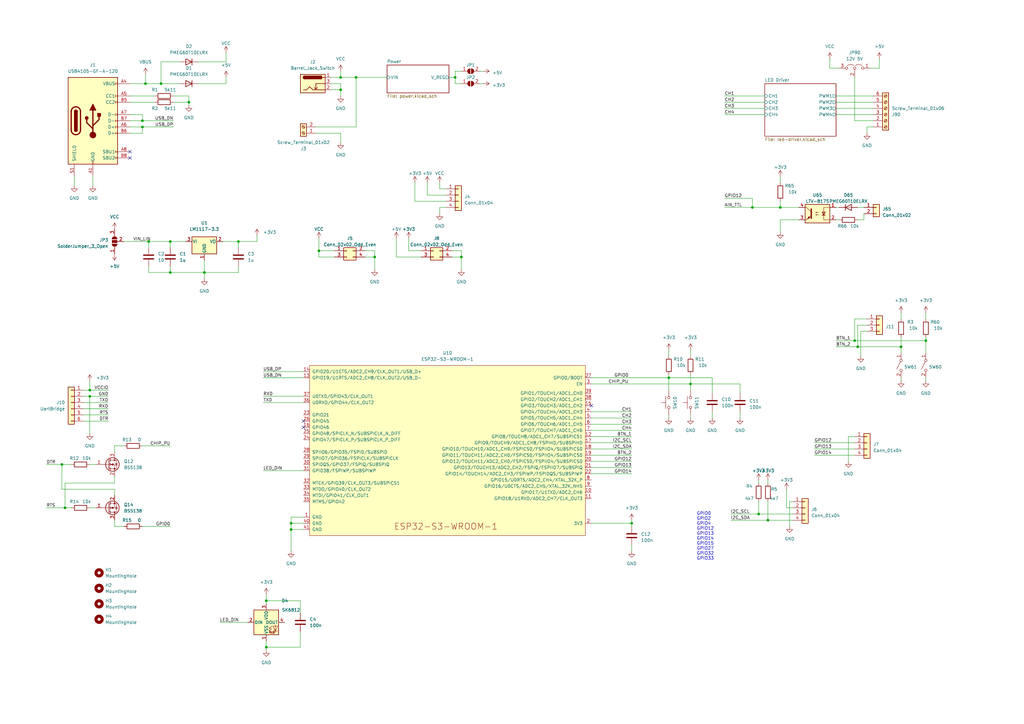
<source format=kicad_sch>
(kicad_sch (version 20230121) (generator eeschema)
  (paper "A3")
  (title_block (title "Starfish") (date "2023-01-30") (rev "A") (company "PaEber Electronics") (comment 1 "ESP based LED driver for ESPHome"))
  (junction (at 186.69 31.75))
  (junction (at 36.83 160.02))
  (junction (at 259.08 214.63))
  (junction (at 139.7 36.83))
  (junction (at 69.85 111.76))
  (junction (at 308.61 85.09))
  (junction (at 119.38 214.63))
  (junction (at 58.42 52.07))
  (junction (at 83.82 111.76))
  (junction (at 25.4 190.5))
  (junction (at 119.38 217.17))
  (junction (at 59.69 34.29))
  (junction (at 274.32 154.94))
  (junction (at 77.47 41.91))
  (junction (at 350.52 139.7))
  (junction (at 66.04 34.29))
  (junction (at 26.67 208.28))
  (junction (at 97.79 99.06))
  (junction (at 146.05 31.75))
  (junction (at 379.73 139.7))
  (junction (at 314.96 213.36))
  (junction (at 109.22 246.38))
  (junction (at 60.96 99.06))
  (junction (at 36.83 162.56))
  (junction (at 58.42 49.53))
  (junction (at 69.85 99.06))
  (junction (at 369.57 142.24))
  (junction (at 153.67 105.41))
  (junction (at 320.04 85.09))
  (junction (at 189.23 105.41))
  (junction (at 130.81 102.87))
  (junction (at 351.79 142.24))
  (junction (at 139.7 31.75))
  (junction (at 283.21 157.48))
  (junction (at 109.22 265.43))
  (junction (at 311.15 210.82))
  (no_connect (at 124.46 172.72))
  (no_connect (at 242.57 166.37))
  (no_connect (at 124.46 175.26))
  (no_connect (at 53.34 62.23))
  (no_connect (at 53.34 64.77))
  (wire (pts (xy 314.96 196.85) (xy 314.96 198.12)))
  (wire (pts (xy 350.52 130.81) (xy 350.52 139.7)))
  (wire (pts (xy 77.47 41.91) (xy 77.47 39.37)))
  (wire (pts (xy 119.38 212.09) (xy 119.38 214.63)))
  (wire (pts (xy 69.85 99.06) (xy 76.2 99.06)))
  (wire (pts (xy 25.4 190.5) (xy 29.21 190.5)))
  (wire (pts (xy 153.67 102.87) (xy 149.86 102.87)))
  (wire (pts (xy 342.9 44.45) (xy 358.14 44.45)))
  (wire (pts (xy 59.69 34.29) (xy 53.34 34.29)))
  (wire (pts (xy 130.81 102.87) (xy 130.81 105.41)))
  (wire (pts (xy 342.9 142.24) (xy 351.79 142.24)))
  (wire (pts (xy 146.05 52.07) (xy 146.05 31.75)))
  (wire (pts (xy 299.72 213.36) (xy 314.96 213.36)))
  (wire (pts (xy 180.34 85.09) (xy 182.88 85.09)))
  (wire (pts (xy 283.21 170.18) (xy 283.21 171.45)))
  (wire (pts (xy 242.57 189.23) (xy 259.08 189.23)))
  (wire (pts (xy 130.81 97.79) (xy 130.81 102.87)))
  (wire (pts (xy 342.9 46.99) (xy 358.14 46.99)))
  (wire (pts (xy 26.67 198.12) (xy 26.67 208.28)))
  (wire (pts (xy 44.45 162.56) (xy 36.83 162.56)))
  (wire (pts (xy 350.52 181.61) (xy 334.01 181.61)))
  (wire (pts (xy 19.05 190.5) (xy 25.4 190.5)))
  (wire (pts (xy 139.7 31.75) (xy 146.05 31.75)))
  (wire (pts (xy 38.1 72.39) (xy 38.1 76.2)))
  (wire (pts (xy 46.99 203.2) (xy 46.99 200.66)))
  (wire (pts (xy 124.46 212.09) (xy 119.38 212.09)))
  (wire (pts (xy 355.6 130.81) (xy 350.52 130.81)))
  (wire (pts (xy 342.9 139.7) (xy 350.52 139.7)))
  (wire (pts (xy 283.21 143.51) (xy 283.21 146.05)))
  (wire (pts (xy 50.8 99.06) (xy 60.96 99.06)))
  (wire (pts (xy 292.1 154.94) (xy 292.1 161.29)))
  (wire (pts (xy 66.04 34.29) (xy 73.66 34.29)))
  (wire (pts (xy 297.18 81.28) (xy 308.61 81.28)))
  (wire (pts (xy 109.22 262.89) (xy 109.22 265.43)))
  (wire (pts (xy 182.88 80.01) (xy 175.26 80.01)))
  (wire (pts (xy 313.69 41.91) (xy 297.18 41.91)))
  (wire (pts (xy 97.79 99.06) (xy 97.79 101.6)))
  (wire (pts (xy 347.98 179.07) (xy 347.98 189.23)))
  (wire (pts (xy 30.48 72.39) (xy 30.48 76.2)))
  (wire (pts (xy 320.04 90.17) (xy 320.04 95.25)))
  (wire (pts (xy 60.96 111.76) (xy 69.85 111.76)))
  (wire (pts (xy 50.8 215.9) (xy 46.99 215.9)))
  (wire (pts (xy 69.85 101.6) (xy 69.85 99.06)))
  (wire (pts (xy 44.45 160.02) (xy 36.83 160.02)))
  (wire (pts (xy 162.56 97.79) (xy 162.56 105.41)))
  (wire (pts (xy 124.46 152.4) (xy 107.95 152.4)))
  (wire (pts (xy 58.42 52.07) (xy 71.12 52.07)))
  (wire (pts (xy 320.04 85.09) (xy 320.04 82.55)))
  (wire (pts (xy 58.42 215.9) (xy 69.85 215.9)))
  (wire (pts (xy 44.45 165.1) (xy 34.29 165.1)))
  (wire (pts (xy 19.05 208.28) (xy 26.67 208.28)))
  (wire (pts (xy 124.46 217.17) (xy 119.38 217.17)))
  (wire (pts (xy 36.83 160.02) (xy 34.29 160.02)))
  (wire (pts (xy 107.95 165.1) (xy 124.46 165.1)))
  (wire (pts (xy 360.68 24.13) (xy 360.68 27.94)))
  (wire (pts (xy 123.19 265.43) (xy 109.22 265.43)))
  (wire (pts (xy 344.17 27.94) (xy 340.36 27.94)))
  (wire (pts (xy 58.42 49.53) (xy 53.34 49.53)))
  (wire (pts (xy 292.1 168.91) (xy 292.1 171.45)))
  (wire (pts (xy 69.85 111.76) (xy 83.82 111.76)))
  (wire (pts (xy 153.67 110.49) (xy 153.67 105.41)))
  (wire (pts (xy 350.52 31.75) (xy 350.52 49.53)))
  (wire (pts (xy 323.85 215.9) (xy 323.85 205.74)))
  (wire (pts (xy 119.38 217.17) (xy 119.38 226.06)))
  (wire (pts (xy 354.33 90.17) (xy 354.33 87.63)))
  (wire (pts (xy 353.06 135.89) (xy 355.6 135.89)))
  (wire (pts (xy 242.57 154.94) (xy 274.32 154.94)))
  (wire (pts (xy 303.53 168.91) (xy 303.53 171.45)))
  (wire (pts (xy 77.47 39.37) (xy 71.12 39.37)))
  (wire (pts (xy 170.18 74.93) (xy 170.18 82.55)))
  (wire (pts (xy 58.42 52.07) (xy 53.34 52.07)))
  (wire (pts (xy 327.66 90.17) (xy 320.04 90.17)))
  (wire (pts (xy 355.6 54.61) (xy 355.6 52.07)))
  (wire (pts (xy 46.99 182.88) (xy 46.99 185.42)))
  (wire (pts (xy 259.08 215.9) (xy 259.08 214.63)))
  (wire (pts (xy 129.54 52.07) (xy 146.05 52.07)))
  (wire (pts (xy 119.38 214.63) (xy 119.38 217.17)))
  (wire (pts (xy 53.34 46.99) (xy 58.42 46.99)))
  (wire (pts (xy 308.61 81.28) (xy 308.61 85.09)))
  (wire (pts (xy 58.42 46.99) (xy 58.42 49.53)))
  (wire (pts (xy 356.87 27.94) (xy 360.68 27.94)))
  (wire (pts (xy 314.96 213.36) (xy 325.12 213.36)))
  (wire (pts (xy 167.64 102.87) (xy 167.64 97.79)))
  (wire (pts (xy 350.52 186.69) (xy 334.01 186.69)))
  (wire (pts (xy 311.15 210.82) (xy 299.72 210.82)))
  (wire (pts (xy 342.9 90.17) (xy 344.17 90.17)))
  (wire (pts (xy 44.45 172.72) (xy 34.29 172.72)))
  (wire (pts (xy 351.79 85.09) (xy 354.33 85.09)))
  (wire (pts (xy 146.05 31.75) (xy 158.75 31.75)))
  (wire (pts (xy 379.73 154.94) (xy 379.73 156.21)))
  (wire (pts (xy 83.82 111.76) (xy 97.79 111.76)))
  (wire (pts (xy 323.85 205.74) (xy 325.12 205.74)))
  (wire (pts (xy 259.08 223.52) (xy 259.08 226.06)))
  (wire (pts (xy 242.57 214.63) (xy 259.08 214.63)))
  (wire (pts (xy 342.9 39.37) (xy 358.14 39.37)))
  (wire (pts (xy 36.83 162.56) (xy 36.83 177.8)))
  (wire (pts (xy 60.96 99.06) (xy 69.85 99.06)))
  (wire (pts (xy 170.18 82.55) (xy 182.88 82.55)))
  (wire (pts (xy 66.04 25.4) (xy 66.04 34.29)))
  (wire (pts (xy 180.34 74.93) (xy 180.34 77.47)))
  (wire (pts (xy 53.34 54.61) (xy 58.42 54.61)))
  (wire (pts (xy 297.18 85.09) (xy 308.61 85.09)))
  (wire (pts (xy 274.32 153.67) (xy 274.32 154.94)))
  (wire (pts (xy 350.52 184.15) (xy 334.01 184.15)))
  (wire (pts (xy 347.98 179.07) (xy 350.52 179.07)))
  (wire (pts (xy 107.95 193.04) (xy 124.46 193.04)))
  (wire (pts (xy 26.67 208.28) (xy 29.21 208.28)))
  (wire (pts (xy 369.57 154.94) (xy 369.57 156.21)))
  (wire (pts (xy 130.81 102.87) (xy 137.16 102.87)))
  (wire (pts (xy 44.45 167.64) (xy 34.29 167.64)))
  (wire (pts (xy 149.86 105.41) (xy 153.67 105.41)))
  (wire (pts (xy 185.42 105.41) (xy 189.23 105.41)))
  (wire (pts (xy 313.69 46.99) (xy 297.18 46.99)))
  (wire (pts (xy 242.57 194.31) (xy 259.08 194.31)))
  (wire (pts (xy 311.15 196.85) (xy 311.15 198.12)))
  (wire (pts (xy 189.23 110.49) (xy 189.23 105.41)))
  (wire (pts (xy 369.57 142.24) (xy 369.57 144.78)))
  (wire (pts (xy 242.57 157.48) (xy 283.21 157.48)))
  (wire (pts (xy 242.57 191.77) (xy 259.08 191.77)))
  (wire (pts (xy 139.7 36.83) (xy 139.7 34.29)))
  (wire (pts (xy 130.81 105.41) (xy 137.16 105.41)))
  (wire (pts (xy 162.56 105.41) (xy 172.72 105.41)))
  (wire (pts (xy 36.83 190.5) (xy 39.37 190.5)))
  (wire (pts (xy 153.67 105.41) (xy 153.67 102.87)))
  (wire (pts (xy 259.08 214.63) (xy 259.08 213.36)))
  (wire (pts (xy 81.28 34.29) (xy 92.71 34.29)))
  (wire (pts (xy 83.82 106.68) (xy 83.82 111.76)))
  (wire (pts (xy 242.57 171.45) (xy 259.08 171.45)))
  (wire (pts (xy 180.34 87.63) (xy 180.34 85.09)))
  (wire (pts (xy 186.69 29.21) (xy 186.69 31.75)))
  (wire (pts (xy 50.8 182.88) (xy 46.99 182.88)))
  (wire (pts (xy 59.69 30.48) (xy 59.69 34.29)))
  (wire (pts (xy 351.79 90.17) (xy 354.33 90.17)))
  (wire (pts (xy 92.71 31.75) (xy 92.71 34.29)))
  (wire (pts (xy 242.57 176.53) (xy 259.08 176.53)))
  (wire (pts (xy 189.23 105.41) (xy 189.23 102.87)))
  (wire (pts (xy 81.28 25.4) (xy 92.71 25.4)))
  (wire (pts (xy 186.69 34.29) (xy 186.69 31.75)))
  (wire (pts (xy 283.21 153.67) (xy 283.21 157.48)))
  (wire (pts (xy 124.46 214.63) (xy 119.38 214.63)))
  (wire (pts (xy 350.52 139.7) (xy 379.73 139.7)))
  (wire (pts (xy 123.19 251.46) (xy 123.19 246.38)))
  (wire (pts (xy 313.69 39.37) (xy 297.18 39.37)))
  (wire (pts (xy 73.66 25.4) (xy 66.04 25.4)))
  (wire (pts (xy 139.7 54.61) (xy 139.7 58.42)))
  (wire (pts (xy 123.19 259.08) (xy 123.19 265.43)))
  (wire (pts (xy 46.99 200.66) (xy 25.4 200.66)))
  (wire (pts (xy 186.69 31.75) (xy 184.15 31.75)))
  (wire (pts (xy 325.12 210.82) (xy 311.15 210.82)))
  (wire (pts (xy 91.44 99.06) (xy 97.79 99.06)))
  (wire (pts (xy 311.15 205.74) (xy 311.15 210.82)))
  (wire (pts (xy 355.6 52.07) (xy 358.14 52.07)))
  (wire (pts (xy 129.54 54.61) (xy 139.7 54.61)))
  (wire (pts (xy 283.21 160.02) (xy 283.21 157.48)))
  (wire (pts (xy 105.41 96.52) (xy 105.41 99.06)))
  (wire (pts (xy 123.19 246.38) (xy 109.22 246.38)))
  (wire (pts (xy 107.95 162.56) (xy 124.46 162.56)))
  (wire (pts (xy 139.7 31.75) (xy 139.7 29.21)))
  (wire (pts (xy 92.71 25.4) (xy 92.71 21.59)))
  (wire (pts (xy 342.9 85.09) (xy 344.17 85.09)))
  (wire (pts (xy 53.34 39.37) (xy 63.5 39.37)))
  (wire (pts (xy 60.96 109.22) (xy 60.96 111.76)))
  (wire (pts (xy 46.99 215.9) (xy 46.99 213.36)))
  (wire (pts (xy 135.89 36.83) (xy 139.7 36.83)))
  (wire (pts (xy 44.45 170.18) (xy 34.29 170.18)))
  (wire (pts (xy 58.42 54.61) (xy 58.42 52.07)))
  (wire (pts (xy 25.4 200.66) (xy 25.4 190.5)))
  (wire (pts (xy 53.34 41.91) (xy 63.5 41.91)))
  (wire (pts (xy 325.12 208.28) (xy 322.58 208.28)))
  (wire (pts (xy 369.57 128.27) (xy 369.57 130.81)))
  (wire (pts (xy 189.23 102.87) (xy 185.42 102.87)))
  (wire (pts (xy 274.32 170.18) (xy 274.32 171.45)))
  (wire (pts (xy 46.99 195.58) (xy 46.99 198.12)))
  (wire (pts (xy 124.46 154.94) (xy 107.95 154.94)))
  (wire (pts (xy 77.47 43.18) (xy 77.47 41.91)))
  (wire (pts (xy 242.57 181.61) (xy 259.08 181.61)))
  (wire (pts (xy 109.22 243.84) (xy 109.22 246.38)))
  (wire (pts (xy 303.53 157.48) (xy 303.53 161.29)))
  (wire (pts (xy 308.61 85.09) (xy 320.04 85.09)))
  (wire (pts (xy 182.88 77.47) (xy 180.34 77.47)))
  (wire (pts (xy 97.79 109.22) (xy 97.79 111.76)))
  (wire (pts (xy 83.82 111.76) (xy 83.82 114.3)))
  (wire (pts (xy 139.7 39.37) (xy 139.7 36.83)))
  (wire (pts (xy 274.32 143.51) (xy 274.32 146.05)))
  (wire (pts (xy 353.06 146.05) (xy 353.06 135.89)))
  (wire (pts (xy 350.52 49.53) (xy 358.14 49.53)))
  (wire (pts (xy 242.57 179.07) (xy 259.08 179.07)))
  (wire (pts (xy 109.22 246.38) (xy 109.22 247.65)))
  (wire (pts (xy 36.83 156.21) (xy 36.83 160.02)))
  (wire (pts (xy 36.83 162.56) (xy 34.29 162.56)))
  (wire (pts (xy 172.72 102.87) (xy 167.64 102.87)))
  (wire (pts (xy 322.58 208.28) (xy 322.58 200.66)))
  (wire (pts (xy 196.85 29.21) (xy 198.12 29.21)))
  (wire (pts (xy 292.1 154.94) (xy 274.32 154.94)))
  (wire (pts (xy 340.36 24.13) (xy 340.36 27.94)))
  (wire (pts (xy 327.66 85.09) (xy 320.04 85.09)))
  (wire (pts (xy 320.04 72.39) (xy 320.04 74.93)))
  (wire (pts (xy 58.42 182.88) (xy 69.85 182.88)))
  (wire (pts (xy 46.99 198.12) (xy 26.67 198.12)))
  (wire (pts (xy 242.57 168.91) (xy 259.08 168.91)))
  (wire (pts (xy 242.57 184.15) (xy 259.08 184.15)))
  (wire (pts (xy 379.73 138.43) (xy 379.73 139.7)))
  (wire (pts (xy 351.79 133.35) (xy 351.79 142.24)))
  (wire (pts (xy 351.79 142.24) (xy 369.57 142.24)))
  (wire (pts (xy 109.22 265.43) (xy 109.22 266.7)))
  (wire (pts (xy 313.69 44.45) (xy 297.18 44.45)))
  (wire (pts (xy 90.17 255.27) (xy 101.6 255.27)))
  (wire (pts (xy 342.9 41.91) (xy 358.14 41.91)))
  (wire (pts (xy 135.89 31.75) (xy 139.7 31.75)))
  (wire (pts (xy 175.26 80.01) (xy 175.26 74.93)))
  (wire (pts (xy 189.23 34.29) (xy 186.69 34.29)))
  (wire (pts (xy 274.32 154.94) (xy 274.32 160.02)))
  (wire (pts (xy 369.57 138.43) (xy 369.57 142.24)))
  (wire (pts (xy 60.96 99.06) (xy 60.96 101.6)))
  (wire (pts (xy 379.73 139.7) (xy 379.73 144.78)))
  (wire (pts (xy 196.85 34.29) (xy 198.12 34.29)))
  (wire (pts (xy 242.57 186.69) (xy 259.08 186.69)))
  (wire (pts (xy 189.23 29.21) (xy 186.69 29.21)))
  (wire (pts (xy 242.57 173.99) (xy 259.08 173.99)))
  (wire (pts (xy 314.96 205.74) (xy 314.96 213.36)))
  (wire (pts (xy 71.12 41.91) (xy 77.47 41.91)))
  (wire (pts (xy 355.6 133.35) (xy 351.79 133.35)))
  (wire (pts (xy 379.73 128.27) (xy 379.73 130.81)))
  (wire (pts (xy 97.79 99.06) (xy 105.41 99.06)))
  (wire (pts (xy 58.42 49.53) (xy 71.12 49.53)))
  (wire (pts (xy 69.85 109.22) (xy 69.85 111.76)))
  (wire (pts (xy 139.7 34.29) (xy 135.89 34.29)))
  (wire (pts (xy 283.21 157.48) (xy 303.53 157.48)))
  (wire (pts (xy 59.69 34.29) (xy 66.04 34.29)))
  (wire (pts (xy 36.83 208.28) (xy 39.37 208.28)))
  (text "GPIO0\nGPIO2\nGPIO4\nGPIO12\nGPIO13\nGPIO14\nGPIO15\nGPIO27\nGPIO32\nGPIO33" (at 285.75 229.87 0) (effects (font (size 1.27 1.27)) (justify left bottom)))
  (label "USB_DP" (at 71.12 52.07 180))
  (label "VCCIO" (at 44.45 160.02 180))
  (label "TXD" (at 107.95 165.1 0))
  (label "BTN_2" (at 259.08 186.69 180))
  (label "GPIO12" (at 334.01 181.61 0))
  (label "CH2" (at 259.08 171.45 180))
  (label "USB_DN" (at 71.12 49.53 180))
  (label "TXD" (at 44.45 165.1 180))
  (label "RTS" (at 44.45 170.18 180))
  (label "AIN_TTL" (at 297.18 85.09 0))
  (label "LED_DIN" (at 107.95 193.04 0))
  (label "GPIO14" (at 259.08 194.31 180))
  (label "USB_DN" (at 107.95 154.94 0))
  (label "RTS" (at 19.05 208.28 0))
  (label "I2C_SDA" (at 259.08 184.15 180))
  (label "VIN_LIN" (at 54.61 99.06 0))
  (label "RXD" (at 44.45 167.64 180))
  (label "BTN_1" (at 342.9 139.7 0))
  (label "I2C_SCL" (at 299.72 210.82 0))
  (label "GPIO13" (at 259.08 191.77 180))
  (label "CH2" (at 297.18 41.91 0))
  (label "I2C_SDA" (at 299.72 213.36 0))
  (label "GPIO12" (at 297.18 81.28 0))
  (label "CH1" (at 297.18 39.37 0))
  (label "CHIP_PU" (at 69.85 182.88 180))
  (label "CH4" (at 297.18 46.99 0))
  (label "BTN_1" (at 259.08 179.07 180))
  (label "I2C_SCL" (at 259.08 181.61 180))
  (label "USB_DP" (at 107.95 152.4 0))
  (label "CHIP_PU" (at 257.81 157.48 180))
  (label "GPIO13" (at 334.01 184.15 0))
  (label "GPIO14" (at 334.01 186.69 0))
  (label "CH4" (at 259.08 176.53 180))
  (label "BTN_2" (at 342.9 142.24 0))
  (label "GND" (at 44.45 162.56 180))
  (label "DTR" (at 44.45 172.72 180))
  (label "DTR" (at 19.05 190.5 0))
  (label "RXD" (at 107.95 162.56 0))
  (label "CH3" (at 259.08 173.99 180))
  (label "CH1" (at 259.08 168.91 180))
  (label "GPIO0" (at 69.85 215.9 180))
  (label "CH3" (at 297.18 44.45 0))
  (label "GPIO0" (at 257.81 154.94 180))
  (label "GPIO12" (at 259.08 189.23 180))
  (label "LED_DIN" (at 90.17 255.27 0))
  (symbol (lib_id "power:VCC") (at 340.36 24.13 0) (mirror y) (unit 1)
    (property "Reference" "#PWR0124" (effects hide))
    (property "Value" "VCC" (at 340.36 19.05 0))
  )
  (symbol (lib_id "power:VBUS") (at 59.69 30.48 0) (unit 1)
    (property "Reference" "#PWR0107" (effects hide))
    (property "Value" "VBUS" (at 59.69 25.4 0))
  )
  (symbol (lib_id "power:+3V3") (at 379.73 128.27 0) (unit 1)
    (property "Reference" "#PWR0137" (effects hide))
    (property "Value" "+3V3" (at 379.73 123.19 0))
  )
  (symbol (lib_id "power:+3V3") (at 369.57 128.27 0) (unit 1)
    (property "Reference" "#PWR011" (effects hide))
    (property "Value" "+3V3" (at 369.57 123.19 0))
  )
  (symbol (lib_id "Mechanical:MountingHole") (at 40.64 254 0) (unit 1)
    (property "Reference" "H4" (at 43.18 252.7299 0) (effects (justify left)))
    (property "Value" "MountingHole" (at 43.18 255.2699 0) (effects (justify left)))
    (property "Footprint" "MountingHole:MountingHole_3.2mm_M3_DIN965_Pad_TopBottom" (effects hide))
  )
  (symbol (lib_id "Connector_Generic:Conn_01x04") (at 355.6 181.61 0) (unit 1)
    (property "Reference" "J7" (at 358.14 182.245 0) (effects (justify left)))
    (property "Value" "Conn_01x04" (at 358.14 184.785 0) (effects (justify left)))
    (property "Footprint" "Connector_PinSocket_2.54mm:PinSocket_1x04_P2.54mm_Vertical" (effects hide))
  )
  (symbol (lib_id "Transistor_FET:BSS138") (at 44.45 190.5 0) (unit 1)
    (property "Reference" "Q12" (at 50.8 189.2299 0) (effects (justify left)))
    (property "Value" "BSS138" (at 50.8 191.7699 0) (effects (justify left)))
    (property "Footprint" "Package_TO_SOT_SMD:SOT-23" (effects hide))
    (property "Datasheet" "https://www.onsemi.com/pub/Collateral/BSS138-D.PDF" (effects hide))
  )
  (symbol (lib_id "Device:R") (at 33.02 190.5 270) (mirror x) (unit 1)
    (property "Reference" "R12" (at 30.48 187.96 90))
    (property "Value" "10k" (at 35.56 187.96 90))
    (property "Footprint" "Resistor_SMD:R_0603_1608Metric_Pad0.98x0.95mm_HandSolder" (effects hide))
  )
  (symbol (lib_name "+3V3_2") (lib_id "power:+3V3") (at 167.64 97.79 0) (unit 1)
    (property "Reference" "#PWR010" (effects hide))
    (property "Value" "+3V3" (at 167.64 93.98 0))
  )
  (symbol (lib_id "power:GND") (at 36.83 177.8 0) (mirror y) (unit 1)
    (property "Reference" "#PWR0135" (effects hide))
    (property "Value" "GND" (at 36.83 182.88 0))
  )
  (symbol (lib_name "VCC_1") (lib_id "power:VCC") (at 180.34 74.93 0) (unit 1)
    (property "Reference" "#PWR07" (effects hide))
    (property "Value" "VCC" (at 180.34 71.12 0))
  )
  (symbol (lib_id "Device:C") (at 259.08 219.71 0) (mirror y) (unit 1)
    (property "Reference" "C12" (at 262.89 219.075 0) (effects (justify right)))
    (property "Value" "100n" (at 262.89 221.615 0) (effects (justify right)))
    (property "Footprint" "Capacitor_SMD:C_0603_1608Metric_Pad1.08x0.95mm_HandSolder" (effects hide))
    (property "Mouser" "581-06035C104KAT2A" (effects hide))
  )
  (symbol (lib_name "GND_3") (lib_id "power:GND") (at 323.85 215.9 0) (unit 1)
    (property "Reference" "#PWR013" (effects hide))
    (property "Value" "GND" (at 323.85 220.98 0))
  )
  (symbol (lib_id "power:GND") (at 292.1 171.45 0) (unit 1)
    (property "Reference" "#PWR0130" (effects hide))
    (property "Value" "GND" (at 292.1 176.53 0))
  )
  (symbol (lib_id "paeber:USB4105-GF-A-120") (at 38.1 49.53 0) (unit 1)
    (property "Reference" "J1" (at 38.1 26.67 0))
    (property "Value" "USB4105-GF-A-120" (at 38.1 29.21 0))
    (property "Footprint" "Connector_USB:USB_C_Receptacle_HRO_TYPE-C-31-M-12" (effects hide))
    (property "Datasheet" "https://www.usb.org/sites/default/files/documents/usb_type-c.zip" (effects hide))
    (property "Mouser" "640-USB4105-GF-A-120" (effects hide))
  )
  (symbol (lib_id "power:+3V3") (at 109.22 243.84 0) (unit 1)
    (property "Reference" "#PWR016" (effects hide))
    (property "Value" "+3V3" (at 109.22 238.76 0))
  )
  (symbol (lib_id "Jumper:Jumper_3_Open") (at 350.52 27.94 0) (mirror y) (unit 1)
    (property "Reference" "JP90" (at 350.52 21.59 0))
    (property "Value" "12V 5V" (at 350.52 24.13 0))
    (property "Footprint" "Jumper:SolderJumper-3_P1.3mm_Open_RoundedPad1.0x1.5mm_NumberLabels" (effects hide))
  )
  (symbol (lib_id "Device:R") (at 274.32 149.86 0) (mirror x) (unit 1)
    (property "Reference" "R10" (at 278.13 147.32 0))
    (property "Value" "10k" (at 279.4 149.86 0))
    (property "Footprint" "Resistor_SMD:R_0603_1608Metric_Pad0.98x0.95mm_HandSolder" (effects hide))
  )
  (symbol (lib_id "power:+3V3") (at 274.32 143.51 0) (unit 1)
    (property "Reference" "#PWR0127" (effects hide))
    (property "Value" "+3V3" (at 274.32 138.43 0))
  )
  (symbol (lib_id "power:GND") (at 369.57 156.21 0) (unit 1)
    (property "Reference" "#PWR012" (effects hide))
    (property "Value" "GND" (at 369.57 161.29 0))
  )
  (symbol (lib_id "Connector_Generic:Conn_01x02") (at 359.41 85.09 0) (unit 1)
    (property "Reference" "J65" (at 361.95 85.725 0) (effects (justify left)))
    (property "Value" "Conn_01x02" (at 361.95 88.265 0) (effects (justify left)))
    (property "Footprint" "Connector_PinHeader_2.54mm:PinHeader_1x02_P2.54mm_Vertical" (effects hide))
  )
  (symbol (lib_id "power:+5V") (at 92.71 31.75 0) (unit 1)
    (property "Reference" "#PWR0108" (effects hide))
    (property "Value" "+5V" (at 92.71 26.67 0))
  )
  (symbol (lib_id "Connector_Generic:Conn_02x02_Odd_Even") (at 142.24 102.87 0) (unit 1)
    (property "Reference" "J5" (at 143.51 97.79 0))
    (property "Value" "Conn_02x02_Odd_Even" (at 143.51 100.33 0))
    (property "Footprint" "Connector_PinHeader_2.54mm:PinHeader_2x02_P2.54mm_Vertical" (effects hide))
  )
  (symbol (lib_id "power:VCC") (at 92.71 21.59 0) (unit 1)
    (property "Reference" "#PWR021" (effects hide))
    (property "Value" "VCC" (at 92.71 17.78 0))
  )
  (symbol (lib_id "Connector_Generic:Conn_01x04") (at 187.96 80.01 0) (unit 1)
    (property "Reference" "J4" (at 190.5 80.645 0) (effects (justify left)))
    (property "Value" "Conn_01x04" (at 190.5 83.185 0) (effects (justify left)))
    (property "Footprint" "Connector_PinSocket_2.54mm:PinSocket_1x04_P2.54mm_Vertical" (effects hide))
  )
  (symbol (lib_id "power:+3V3") (at 283.21 143.51 0) (unit 1)
    (property "Reference" "#PWR0128" (effects hide))
    (property "Value" "+3V3" (at 283.21 138.43 0))
  )
  (symbol (lib_id "power:+3V3") (at 259.08 213.36 0) (mirror y) (unit 1)
    (property "Reference" "#PWR0133" (effects hide))
    (property "Value" "+3V3" (at 259.08 208.28 0))
  )
  (symbol (lib_id "Regulator_Linear:LM1117-3.3") (at 83.82 99.06 0) (unit 1)
    (property "Reference" "U1" (at 83.82 91.44 0))
    (property "Value" "LM1117-3.3" (at 83.82 93.98 0))
    (property "Footprint" "Package_TO_SOT_SMD:SOT-223-3_TabPin2" (effects hide))
    (property "Datasheet" "http://www.ti.com/lit/ds/symlink/lm1117.pdf" (effects hide))
  )
  (symbol (lib_id "Device:R") (at 33.02 208.28 270) (mirror x) (unit 1)
    (property "Reference" "R14" (at 30.48 205.74 90))
    (property "Value" "10k" (at 35.56 205.74 90))
    (property "Footprint" "Resistor_SMD:R_0603_1608Metric_Pad0.98x0.95mm_HandSolder" (effects hide))
  )
  (symbol (lib_id "Mechanical:MountingHole") (at 40.64 247.65 0) (unit 1)
    (property "Reference" "H3" (at 43.18 246.3799 0) (effects (justify left)))
    (property "Value" "MountingHole" (at 43.18 248.9199 0) (effects (justify left)))
    (property "Footprint" "MountingHole:MountingHole_3.2mm_M3_DIN965_Pad_TopBottom" (effects hide))
  )
  (symbol (lib_name "+5V_1") (lib_id "power:+5V") (at 175.26 74.93 0) (unit 1)
    (property "Reference" "#PWR04" (effects hide))
    (property "Value" "+5V" (at 175.26 71.12 0))
  )
  (symbol (lib_name "GND_4") (lib_id "power:GND") (at 320.04 95.25 0) (unit 1)
    (property "Reference" "#PWR023" (effects hide))
    (property "Value" "GND" (at 320.04 100.33 0))
  )
  (symbol (lib_id "paeber:1301.9315") (at 379.73 149.86 90) (mirror x) (unit 1)
    (property "Reference" "SW60" (at 381 150.495 90) (effects (justify right)))
    (property "Value" "1301.9315" (effects hide))
    (property "Footprint" "paeber:13019319" (effects hide))
    (property "Datasheet" "https://www.mouser.ch/datasheet/2/358/typ_6x6_mm_tact_switches-1275689.pdf" (effects hide))
    (property "Mouser" "693-1301.9315" (effects hide))
  )
  (symbol (lib_id "LED:SK6812") (at 109.22 255.27 0) (unit 1)
    (property "Reference" "D4" (at 116.84 246.38 0))
    (property "Value" "SK6812" (at 119.38 250.19 0))
    (property "Footprint" "LED_SMD:LED_SK6812_PLCC4_5.0x5.0mm_P3.2mm" (effects hide))
    (property "Datasheet" "https://cdn-shop.adafruit.com/product-files/1138/SK6812+LED+datasheet+.pdf" (effects hide))
  )
  (symbol (lib_name "GND_2") (lib_id "power:GND") (at 153.67 110.49 0) (mirror y) (unit 1)
    (property "Reference" "#PWR09" (effects hide))
    (property "Value" "GND" (at 153.67 115.57 0))
  )
  (symbol (lib_id "Switch:SW_Push") (at 274.32 165.1 90) (unit 1)
    (property "Reference" "SW10" (at 276.86 162.56 0) (effects (justify right)))
    (property "Value" "PTS636SK25" (effects hide))
    (property "Footprint" "Button_Switch_SMD:SW_Tactile_SPST_NO_Straight_CK_PTS636Sx25SMTRLFS" (effects hide))
    (property "Datasheet" "https://www.mouser.ch/datasheet/2/240/pts636-3051079.pdf" (effects hide))
    (property "Mouser" "611-PTS636SK25SMTRLF" (effects hide))
  )
  (symbol (lib_name "GND_2") (lib_id "power:GND") (at 189.23 110.49 0) (mirror y) (unit 1)
    (property "Reference" "#PWR017" (effects hide))
    (property "Value" "GND" (at 189.23 115.57 0))
  )
  (symbol (lib_id "power:+5V") (at 198.12 29.21 270) (unit 1)
    (property "Reference" "#PWR0118" (effects hide))
    (property "Value" "+5V" (at 201.93 29.845 90) (effects (justify left)))
  )
  (symbol (lib_name "GND_1") (lib_id "power:GND") (at 355.6 54.61 0) (unit 1)
    (property "Reference" "#PWR02" (effects hide))
    (property "Value" "GND" (at 355.6 59.69 0))
  )
  (symbol (lib_name "+3V3_2") (lib_id "power:+3V3") (at 311.15 196.85 0) (unit 1)
    (property "Reference" "#PWR026" (effects hide))
    (property "Value" "+3V3" (at 311.15 193.04 0))
  )
  (symbol (lib_id "Device:C") (at 97.79 105.41 0) (unit 1)
    (property "Reference" "C3" (at 101.6 104.1399 0) (effects (justify left)))
    (property "Value" "1u" (at 101.6 106.6799 0) (effects (justify left)))
    (property "Footprint" "Capacitor_SMD:C_0805_2012Metric_Pad1.18x1.45mm_HandSolder" (effects hide))
  )
  (symbol (lib_id "Connector_Generic:Conn_01x04") (at 330.2 208.28 0) (unit 1)
    (property "Reference" "J6" (at 332.74 208.915 0) (effects (justify left)))
    (property "Value" "Conn_01x04" (at 332.74 211.455 0) (effects (justify left)))
    (property "Footprint" "Connector_PinSocket_2.54mm:PinSocket_1x04_P2.54mm_Vertical" (effects hide))
  )
  (symbol (lib_id "Connector_Generic:Conn_01x06") (at 29.21 165.1 0) (mirror y) (unit 1)
    (property "Reference" "J10" (at 26.67 165.0999 0) (effects (justify left)))
    (property "Value" "UartBridge" (at 26.67 167.6399 0) (effects (justify left)))
    (property "Footprint" "Connector_PinSocket_2.54mm:PinSocket_1x06_P2.54mm_Vertical" (effects hide))
  )
  (symbol (lib_id "power:GND") (at 77.47 43.18 0) (unit 1)
    (property "Reference" "#PWR0106" (effects hide))
    (property "Value" "GND" (at 77.47 48.26 0))
  )
  (symbol (lib_id "Device:D") (at 77.47 25.4 180) (unit 1)
    (property "Reference" "D2" (at 77.47 19.05 0))
    (property "Value" "PMEG60T10ELRX" (at 77.47 21.59 0))
    (property "Footprint" "Diode_SMD:D_SOD-123" (effects hide))
    (property "Datasheet" "https://www.mouser.ch/datasheet/2/916/PMEG60T10ELR-1370634.pdf" (effects hide))
    (property "Mouser" "771-PMEG60T10ELRX" (effects hide))
  )
  (symbol (lib_id "Device:R") (at 369.57 134.62 0) (mirror x) (unit 1)
    (property "Reference" "R3" (at 373.38 132.08 0))
    (property "Value" "10k" (at 374.65 134.62 0))
    (property "Footprint" "Resistor_SMD:R_0603_1608Metric_Pad0.98x0.95mm_HandSolder" (effects hide))
  )
  (symbol (lib_id "power:GND") (at 379.73 156.21 0) (unit 1)
    (property "Reference" "#PWR0134" (effects hide))
    (property "Value" "GND" (at 379.73 161.29 0))
  )
  (symbol (lib_id "Transistor_FET:BSS138") (at 44.45 208.28 0) (mirror x) (unit 1)
    (property "Reference" "Q14" (at 50.8 207.0099 0) (effects (justify left)))
    (property "Value" "BSS138" (at 50.8 209.5499 0) (effects (justify left)))
    (property "Footprint" "Package_TO_SOT_SMD:SOT-23" (effects hide))
    (property "Datasheet" "https://www.onsemi.com/pub/Collateral/BSS138-D.PDF" (effects hide))
  )
  (symbol (lib_id "Device:C") (at 123.19 255.27 0) (mirror y) (unit 1)
    (property "Reference" "C4" (at 127 253.9999 0) (effects (justify right)))
    (property "Value" "100n" (at 127 256.5399 0) (effects (justify right)))
    (property "Footprint" "Capacitor_SMD:C_0603_1608Metric_Pad1.08x0.95mm_HandSolder" (effects hide))
    (property "Mouser" "581-06035C104KAT2A" (effects hide))
  )
  (symbol (lib_id "Device:R") (at 54.61 215.9 270) (mirror x) (unit 1)
    (property "Reference" "R15" (at 52.07 213.36 90))
    (property "Value" "0" (at 57.15 213.36 90))
    (property "Footprint" "Resistor_SMD:R_0603_1608Metric_Pad0.98x0.95mm_HandSolder" (effects hide))
  )
  (symbol (lib_id "power:GND") (at 139.7 39.37 0) (unit 1)
    (property "Reference" "#PWR0117" (effects hide))
    (property "Value" "GND" (at 139.7 44.45 0))
  )
  (symbol (lib_name "GND_3") (lib_id "power:GND") (at 347.98 189.23 0) (unit 1)
    (property "Reference" "#PWR015" (effects hide))
    (property "Value" "GND" (at 347.98 194.31 0))
  )
  (symbol (lib_id "Jumper:SolderJumper_2_Open") (at 193.04 29.21 0) (unit 1)
    (property "Reference" "JP1" (at 193.04 26.67 0))
    (property "Value" "SolderJumper_2_Open" (effects hide))
    (property "Footprint" "Jumper:SolderJumper-2_P1.3mm_Open_RoundedPad1.0x1.5mm" (effects hide))
  )
  (symbol (lib_id "Connector_Generic:Conn_02x02_Odd_Even") (at 177.8 102.87 0) (unit 1)
    (property "Reference" "J8" (at 179.07 97.79 0))
    (property "Value" "Conn_02x02_Odd_Even" (at 179.07 100.33 0))
    (property "Footprint" "Connector_PinHeader_2.54mm:PinHeader_2x02_P2.54mm_Vertical" (effects hide))
  )
  (symbol (lib_name "+3V3_1") (lib_id "power:+3V3") (at 198.12 34.29 270) (unit 1)
    (property "Reference" "#PWR01" (effects hide))
    (property "Value" "+3V3" (at 201.93 34.925 90) (effects (justify left)))
  )
  (symbol (lib_id "power:GND") (at 139.7 58.42 0) (unit 1)
    (property "Reference" "#PWR0126" (effects hide))
    (property "Value" "GND" (at 139.7 63.5 0))
  )
  (symbol (lib_id "Device:R") (at 314.96 201.93 0) (mirror x) (unit 1)
    (property "Reference" "R5" (at 317.5 200.66 0))
    (property "Value" "4k7" (at 317.5 204.47 0))
    (property "Footprint" "Resistor_SMD:R_0603_1608Metric_Pad0.98x0.95mm_HandSolder" (effects hide))
  )
  (symbol (lib_id "power:+3V3") (at 36.83 156.21 0) (unit 1)
    (property "Reference" "#PWR0136" (effects hide))
    (property "Value" "+3V3" (at 39.37 154.9399 0) (effects (justify left)))
  )
  (symbol (lib_id "Connector:Screw_Terminal_01x02") (at 124.46 54.61 180) (unit 1)
    (property "Reference" "J3" (at 124.46 60.96 0))
    (property "Value" "Screw_Terminal_01x02" (at 124.46 58.42 0))
    (property "Footprint" "paeber:CUI_TBP01R1-508-02BE" (effects hide))
    (property "Mouser" "490-TBP01R1-508-02BE" (effects hide))
  )
  (symbol (lib_id "power:GND") (at 283.21 171.45 0) (unit 1)
    (property "Reference" "#PWR0103" (effects hide))
    (property "Value" "GND" (at 283.21 176.53 0))
  )
  (symbol (lib_id "power:GND") (at 109.22 266.7 0) (mirror y) (unit 1)
    (property "Reference" "#PWR03" (effects hide))
    (property "Value" "GND" (at 109.22 271.78 0))
  )
  (symbol (lib_id "Jumper:SolderJumper_2_Open") (at 193.04 34.29 0) (unit 1)
    (property "Reference" "JP2" (at 193.04 31.75 0))
    (property "Value" "SolderJumper_2_Open" (effects hide))
    (property "Footprint" "Jumper:SolderJumper-2_P1.3mm_Open_RoundedPad1.0x1.5mm" (effects hide))
  )
  (symbol (lib_id "power:VCC") (at 46.99 93.98 0) (unit 1)
    (property "Reference" "#PWR020" (effects hide))
    (property "Value" "VCC" (at 46.99 88.9 0))
  )
  (symbol (lib_name "VCC_1") (lib_id "power:VCC") (at 130.81 97.79 0) (unit 1)
    (property "Reference" "#PWR08" (effects hide))
    (property "Value" "VCC" (at 130.81 93.98 0))
  )
  (symbol (lib_id "power:GND") (at 259.08 226.06 0) (mirror y) (unit 1)
    (property "Reference" "#PWR0131" (effects hide))
    (property "Value" "GND" (at 259.08 231.14 0))
  )
  (symbol (lib_id "Device:R") (at 347.98 90.17 270) (mirror x) (unit 1)
    (property "Reference" "R66" (at 345.44 92.71 90))
    (property "Value" "10k" (at 350.52 92.71 90))
    (property "Footprint" "Resistor_SMD:R_0603_1608Metric_Pad0.98x0.95mm_HandSolder" (effects hide))
  )
  (symbol (lib_name "GND_2") (lib_id "power:GND") (at 180.34 87.63 0) (mirror y) (unit 1)
    (property "Reference" "#PWR06" (effects hide))
    (property "Value" "GND" (at 180.34 92.71 0))
  )
  (symbol (lib_id "Mechanical:MountingHole") (at 40.64 234.95 0) (unit 1)
    (property "Reference" "H1" (at 43.18 233.6799 0) (effects (justify left)))
    (property "Value" "MountingHole" (at 43.18 236.2199 0) (effects (justify left)))
    (property "Footprint" "MountingHole:MountingHole_3.2mm_M3_DIN965_Pad_TopBottom" (effects hide))
  )
  (symbol (lib_name "+3V3_2") (lib_id "power:+3V3") (at 322.58 200.66 0) (unit 1)
    (property "Reference" "#PWR014" (effects hide))
    (property "Value" "+3V3" (at 322.58 196.85 0))
  )
  (symbol (lib_id "Device:C") (at 292.1 165.1 0) (mirror y) (unit 1)
    (property "Reference" "C10" (at 295.91 163.8299 0) (effects (justify right)))
    (property "Value" "100n" (at 295.91 166.3699 0) (effects (justify right)))
    (property "Footprint" "Capacitor_SMD:C_0603_1608Metric_Pad1.08x0.95mm_HandSolder" (effects hide))
    (property "Mouser" "581-06035C104KAT2A" (effects hide))
  )
  (symbol (lib_id "Device:R") (at 320.04 78.74 0) (mirror x) (unit 1)
    (property "Reference" "R65" (at 323.85 76.2 0))
    (property "Value" "10k" (at 325.12 78.74 0))
    (property "Footprint" "Resistor_SMD:R_0603_1608Metric_Pad0.98x0.95mm_HandSolder" (effects hide))
  )
  (symbol (lib_id "power:+5V") (at 46.99 104.14 180) (unit 1)
    (property "Reference" "#PWR0110" (effects hide))
    (property "Value" "+5V" (at 46.99 109.22 0))
  )
  (symbol (lib_id "Espressif:ESP32-S3-WROOM-1") (at 182.88 184.15 0) (mirror y) (unit 1)
    (property "Reference" "U10" (at 183.515 144.78 0))
    (property "Value" "ESP32-S3-WROOM-1" (at 183.515 147.32 0))
    (property "Footprint" "Espressif:ESP32-S3-WROOM-1" (effects hide))
  )
  (symbol (lib_id "power:+5V") (at 360.68 24.13 0) (mirror y) (unit 1)
    (property "Reference" "#PWR0125" (effects hide))
    (property "Value" "+5V" (at 360.68 19.05 0))
  )
  (symbol (lib_id "Switch:SW_Push") (at 283.21 165.1 90) (unit 1)
    (property "Reference" "SW11" (at 285.75 162.56 0) (effects (justify right)))
    (property "Value" "PTS636SK25" (effects hide))
    (property "Footprint" "Button_Switch_SMD:SW_Tactile_SPST_NO_Straight_CK_PTS636Sx25SMTRLFS" (effects hide))
    (property "Datasheet" "https://www.mouser.ch/datasheet/2/240/pts636-3051079.pdf" (effects hide))
    (property "Mouser" "611-PTS636SK25SMTRLF" (effects hide))
  )
  (symbol (lib_id "Device:D") (at 347.98 85.09 0) (unit 1)
    (property "Reference" "D65" (at 347.98 80.01 0))
    (property "Value" "PMEG60T10ELRX" (at 347.98 82.55 0))
    (property "Footprint" "Diode_SMD:D_SOD-123" (effects hide))
    (property "Datasheet" "https://www.mouser.ch/datasheet/2/916/PMEG60T10ELR-1370634.pdf" (effects hide))
    (property "Mouser" "771-PMEG60T10ELRX" (effects hide))
  )
  (symbol (lib_id "Isolator:LTV-817S") (at 335.28 87.63 0) (mirror y) (unit 1)
    (property "Reference" "U65" (at 335.28 80.01 0))
    (property "Value" "LTV-817S" (at 335.28 82.55 0))
    (property "Footprint" "Package_DIP:SMDIP-4_W9.53mm" (effects hide))
    (property "Datasheet" "http://www.us.liteon.com/downloads/LTV-817-827-847.PDF" (effects hide))
  )
  (symbol (lib_id "power:GND") (at 83.82 114.3 0) (unit 1)
    (property "Reference" "#PWR0109" (effects hide))
    (property "Value" "GND" (at 83.82 119.38 0))
  )
  (symbol (lib_id "Connector_Generic:Conn_01x03") (at 360.68 133.35 0) (unit 1)
    (property "Reference" "J11" (at 363.22 133.985 0) (effects (justify left)))
    (property "Value" "Conn_01x03" (effects hide))
    (property "Footprint" "Connector_PinSocket_2.54mm:PinSocket_1x03_P2.54mm_Vertical" (effects hide))
  )
  (symbol (lib_id "power:+3V3") (at 105.41 96.52 0) (unit 1)
    (property "Reference" "#PWR0111" (effects hide))
    (property "Value" "+3V3" (at 107.95 95.2499 0) (effects (justify left)))
  )
  (symbol (lib_id "Device:C") (at 60.96 105.41 0) (unit 1)
    (property "Reference" "C2" (at 64.77 104.1399 0) (effects (justify left)))
    (property "Value" "10" (at 64.77 106.6799 0) (effects (justify left)))
    (property "Footprint" "Capacitor_SMD:C_0805_2012Metric_Pad1.18x1.45mm_HandSolder" (effects hide))
  )
  (symbol (lib_id "power:GND") (at 38.1 76.2 0) (unit 1)
    (property "Reference" "#PWR0101" (effects hide))
    (property "Value" "GND" (at 38.1 81.28 0))
  )
  (symbol (lib_id "Device:R") (at 54.61 182.88 270) (mirror x) (unit 1)
    (property "Reference" "R13" (at 52.07 180.34 90))
    (property "Value" "0" (at 57.15 180.34 90))
    (property "Footprint" "Resistor_SMD:R_0603_1608Metric_Pad0.98x0.95mm_HandSolder" (effects hide))
  )
  (symbol (lib_id "power:GND") (at 119.38 226.06 0) (mirror y) (unit 1)
    (property "Reference" "#PWR0129" (effects hide))
    (property "Value" "GND" (at 119.38 231.14 0))
  )
  (symbol (lib_name "+3V3_2") (lib_id "power:+3V3") (at 170.18 74.93 0) (unit 1)
    (property "Reference" "#PWR05" (effects hide))
    (property "Value" "+3V3" (at 170.18 71.12 0))
  )
  (symbol (lib_id "Device:R") (at 379.73 134.62 0) (mirror x) (unit 1)
    (property "Reference" "R60" (at 383.54 132.08 0))
    (property "Value" "10k" (at 384.81 134.62 0))
    (property "Footprint" "Resistor_SMD:R_0603_1608Metric_Pad0.98x0.95mm_HandSolder" (effects hide))
  )
  (symbol (lib_id "Device:C") (at 303.53 165.1 0) (mirror y) (unit 1)
    (property "Reference" "C11" (at 307.34 164.465 0) (effects (justify right)))
    (property "Value" "100n" (at 307.34 167.005 0) (effects (justify right)))
    (property "Footprint" "Capacitor_SMD:C_0603_1608Metric_Pad1.08x0.95mm_HandSolder" (effects hide))
    (property "Mouser" "581-06035C104KAT2A" (effects hide))
  )
  (symbol (lib_id "power:GND") (at 30.48 76.2 0) (unit 1)
    (property "Reference" "#PWR0102" (effects hide))
    (property "Value" "GND" (at 30.48 81.28 0))
  )
  (symbol (lib_id "Device:R") (at 311.15 201.93 0) (mirror x) (unit 1)
    (property "Reference" "R4" (at 307.34 199.39 0))
    (property "Value" "4k7" (at 307.34 204.47 0))
    (property "Footprint" "Resistor_SMD:R_0603_1608Metric_Pad0.98x0.95mm_HandSolder" (effects hide))
  )
  (symbol (lib_id "power:GND") (at 303.53 171.45 0) (unit 1)
    (property "Reference" "#PWR0132" (effects hide))
    (property "Value" "GND" (at 303.53 176.53 0))
  )
  (symbol (lib_id "Device:R") (at 67.31 41.91 90) (unit 1)
    (property "Reference" "R2" (at 63.5 44.45 90))
    (property "Value" "5k11" (at 69.85 44.45 90))
    (property "Footprint" "Resistor_SMD:R_0603_1608Metric_Pad0.98x0.95mm_HandSolder" (effects hide))
  )
  (symbol (lib_id "power:GND") (at 274.32 171.45 0) (unit 1)
    (property "Reference" "#PWR0104" (effects hide))
    (property "Value" "GND" (at 274.32 176.53 0))
  )
  (symbol (lib_id "power:GND") (at 353.06 146.05 0) (unit 1)
    (property "Reference" "#PWR024" (effects hide))
    (property "Value" "GND" (at 353.06 151.13 0))
  )
  (symbol (lib_id "Connector:Screw_Terminal_01x06") (at 363.22 46.99 0) (mirror x) (unit 1)
    (property "Reference" "J90" (at 365.76 46.9901 0) (effects (justify left)))
    (property "Value" "Screw_Terminal_01x06" (at 365.76 44.4501 0) (effects (justify left)))
    (property "Footprint" "paeber:CUI_TBP01R1-508-06BE" (effects hide))
    (property "Mouser" "490-TBP01R1-508-06BE" (effects hide))
  )
  (symbol (lib_id "Mechanical:MountingHole") (at 40.64 241.3 0) (unit 1)
    (property "Reference" "H2" (at 43.18 240.0299 0) (effects (justify left)))
    (property "Value" "MountingHole" (at 43.18 242.5699 0) (effects (justify left)))
    (property "Footprint" "MountingHole:MountingHole_3.2mm_M3_DIN965_Pad_TopBottom" (effects hide))
  )
  (symbol (lib_name "+5V_1") (lib_id "power:+5V") (at 162.56 97.79 0) (unit 1)
    (property "Reference" "#PWR018" (effects hide))
    (property "Value" "+5V" (at 162.56 93.98 0))
  )
  (symbol (lib_id "paeber:1301.9315") (at 369.57 149.86 90) (mirror x) (unit 1)
    (property "Reference" "SW61" (at 370.84 150.495 90) (effects (justify right)))
    (property "Value" "1301.9315" (effects hide))
    (property "Footprint" "paeber:13019319" (effects hide))
    (property "Datasheet" "https://www.mouser.ch/datasheet/2/358/typ_6x6_mm_tact_switches-1275689.pdf" (effects hide))
    (property "Mouser" "693-1301.9315" (effects hide))
  )
  (symbol (lib_id "Device:R") (at 67.31 39.37 90) (mirror x) (unit 1)
    (property "Reference" "R1" (at 63.5 36.83 90))
    (property "Value" "5k11" (at 69.85 36.83 90))
    (property "Footprint" "Resistor_SMD:R_0603_1608Metric_Pad0.98x0.95mm_HandSolder" (effects hide))
  )
  (symbol (lib_id "Device:R") (at 283.21 149.86 0) (mirror x) (unit 1)
    (property "Reference" "R11" (at 287.02 147.32 0))
    (property "Value" "10k" (at 288.29 149.86 0))
    (property "Footprint" "Resistor_SMD:R_0603_1608Metric_Pad0.98x0.95mm_HandSolder" (effects hide))
  )
  (symbol (lib_id "Device:C") (at 69.85 105.41 0) (unit 1)
    (property "Reference" "C1" (at 73.66 104.1399 0) (effects (justify left)))
    (property "Value" "1u" (at 73.66 106.6799 0) (effects (justify left)))
    (property "Footprint" "Capacitor_SMD:C_0805_2012Metric_Pad1.18x1.45mm_HandSolder" (effects hide))
  )
  (symbol (lib_id "Jumper:SolderJumper_3_Open") (at 46.99 99.06 90) (unit 1)
    (property "Reference" "JP3" (at 44.45 98.425 90) (effects (justify left)))
    (property "Value" "SolderJumper_3_Open" (at 44.45 100.965 90) (effects (justify left)))
    (property "Footprint" "Jumper:SolderJumper-3_P1.3mm_Open_RoundedPad1.0x1.5mm" (effects hide))
  )
  (symbol (lib_name "+3V3_2") (lib_id "power:+3V3") (at 314.96 196.85 0) (unit 1)
    (property "Reference" "#PWR025" (effects hide))
    (property "Value" "+3V3" (at 314.96 193.04 0))
  )
  (symbol (lib_id "Connector:Barrel_Jack_Switch") (at 128.27 34.29 0) (unit 1)
    (property "Reference" "J2" (at 128.27 25.4 0))
    (property "Value" "Barrel_Jack_Switch" (at 128.27 27.94 0))
    (property "Footprint" "Connector_BarrelJack:BarrelJack_Wuerth_6941xx301002" (effects hide))
    (property "Mouser" "992-CON-SOCJ-2155" (effects hide))
  )
  (symbol (lib_id "Device:D") (at 77.47 34.29 180) (unit 1)
    (property "Reference" "D1" (at 77.47 27.94 0))
    (property "Value" "PMEG60T10ELRX" (at 77.47 30.48 0))
    (property "Footprint" "Diode_SMD:D_SOD-123" (effects hide))
    (property "Datasheet" "https://www.mouser.ch/datasheet/2/916/PMEG60T10ELR-1370634.pdf" (effects hide))
    (property "Mouser" "771-PMEG60T10ELRX" (effects hide))
  )
  (symbol (lib_name "+3V3_3") (lib_id "power:+3V3") (at 320.04 72.39 0) (unit 1)
    (property "Reference" "#PWR022" (effects hide))
    (property "Value" "+3V3" (at 320.04 68.58 0))
  )
  (symbol (lib_id "power:VCC") (at 139.7 29.21 0) (unit 1)
    (property "Reference" "#PWR0116" (effects hide))
    (property "Value" "VCC" (at 139.7 24.13 0))
  )
  (sheet (at 313.69 34.29) (size 29.21 21.59) (stroke (width 0.1524))
    (property "Sheetname" "LED Driver" (at 313.69 33.5784 0) (effects (justify left bottom)))
    (property "Sheetfile" "led-driver.kicad_sch" (at 313.69 56.4646 0) (effects (justify left top)))
    (pin "PWM4" output (at 342.9 46.99 0))
    (pin "CH1" input (at 313.69 39.37 180))
    (pin "PWM2" output (at 342.9 41.91 0))
    (pin "PWM1" output (at 342.9 39.37 0))
    (pin "CH4" input (at 313.69 46.99 180))
    (pin "CH2" input (at 313.69 41.91 180))
    (pin "PWM3" output (at 342.9 44.45 0))
    (pin "CH3" input (at 313.69 44.45 180))
  )
  (sheet (at 158.75 26.67) (size 25.4 11.43) (stroke (width 0.1524))
    (property "Sheetname" "Power" (at 158.75 25.9584 0) (effects (justify left bottom)))
    (property "Sheetfile" "power.kicad_sch" (at 158.75 38.6846 0) (effects (justify left top)))
    (pin "V_REG" output (at 184.15 31.75 0))
    (pin "VIN" input (at 158.75 31.75 180))
  )
)
</source>
